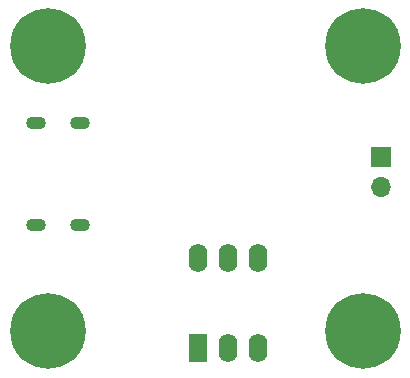
<source format=gbs>
G04 #@! TF.GenerationSoftware,KiCad,Pcbnew,8.0.2*
G04 #@! TF.CreationDate,2024-06-03T19:44:32-07:00*
G04 #@! TF.ProjectId,SNES_USB_C_power,534e4553-5f55-4534-925f-435f706f7765,A*
G04 #@! TF.SameCoordinates,Original*
G04 #@! TF.FileFunction,Soldermask,Bot*
G04 #@! TF.FilePolarity,Negative*
%FSLAX46Y46*%
G04 Gerber Fmt 4.6, Leading zero omitted, Abs format (unit mm)*
G04 Created by KiCad (PCBNEW 8.0.2) date 2024-06-03 19:44:32*
%MOMM*%
%LPD*%
G01*
G04 APERTURE LIST*
%ADD10C,0.800000*%
%ADD11C,6.400000*%
%ADD12R,1.700000X1.700000*%
%ADD13O,1.700000X1.700000*%
%ADD14O,1.700000X1.100000*%
%ADD15R,1.600000X2.400000*%
%ADD16O,1.600000X2.400000*%
G04 APERTURE END LIST*
D10*
X170066000Y-99060000D03*
X170768944Y-97362944D03*
X170768944Y-100757056D03*
X172466000Y-96660000D03*
D11*
X172466000Y-99060000D03*
D10*
X172466000Y-101460000D03*
X174163056Y-97362944D03*
X174163056Y-100757056D03*
X174866000Y-99060000D03*
X170066000Y-123190000D03*
X170768944Y-121492944D03*
X170768944Y-124887056D03*
X172466000Y-120790000D03*
D11*
X172466000Y-123190000D03*
D10*
X172466000Y-125590000D03*
X174163056Y-121492944D03*
X174163056Y-124887056D03*
X174866000Y-123190000D03*
X143396000Y-123190000D03*
X144098944Y-121492944D03*
X144098944Y-124887056D03*
X145796000Y-120790000D03*
D11*
X145796000Y-123190000D03*
D10*
X145796000Y-125590000D03*
X147493056Y-121492944D03*
X147493056Y-124887056D03*
X148196000Y-123190000D03*
X143396000Y-99060000D03*
X144098944Y-97362944D03*
X144098944Y-100757056D03*
X145796000Y-96660000D03*
D11*
X145796000Y-99060000D03*
D10*
X145796000Y-101460000D03*
X147493056Y-97362944D03*
X147493056Y-100757056D03*
X148196000Y-99060000D03*
D12*
X173990000Y-108453000D03*
D13*
X173990000Y-110993000D03*
D14*
X148580000Y-105559500D03*
X144780000Y-105559500D03*
X148580000Y-114199500D03*
X144780000Y-114199500D03*
D15*
X158491000Y-124626500D03*
D16*
X161031000Y-124626500D03*
X163571000Y-124626500D03*
X163571000Y-117006500D03*
X161031000Y-117006500D03*
X158491000Y-117006500D03*
M02*

</source>
